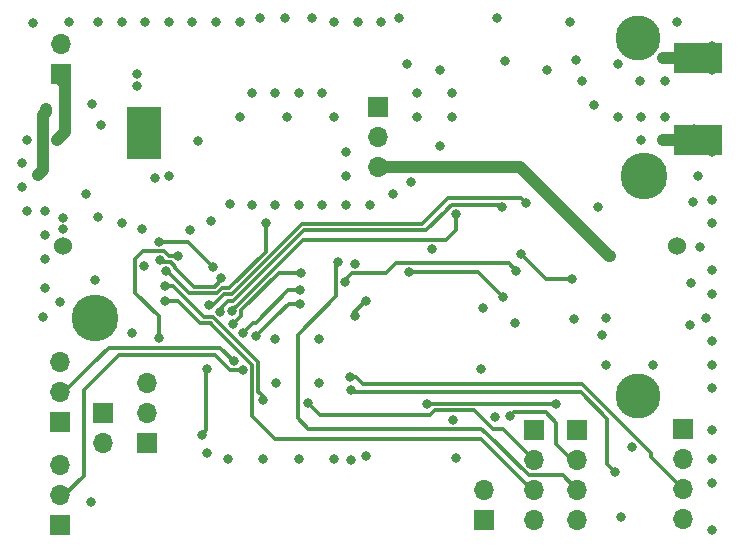
<source format=gbr>
G04 #@! TF.GenerationSoftware,KiCad,Pcbnew,(5.1.7)-1*
G04 #@! TF.CreationDate,2020-12-10T21:45:52+01:00*
G04 #@! TF.ProjectId,lora,6c6f7261-2e6b-4696-9361-645f70636258,v1.0*
G04 #@! TF.SameCoordinates,Original*
G04 #@! TF.FileFunction,Copper,L4,Bot*
G04 #@! TF.FilePolarity,Positive*
%FSLAX46Y46*%
G04 Gerber Fmt 4.6, Leading zero omitted, Abs format (unit mm)*
G04 Created by KiCad (PCBNEW (5.1.7)-1) date 2020-12-10 21:45:52*
%MOMM*%
%LPD*%
G01*
G04 APERTURE LIST*
G04 #@! TA.AperFunction,ComponentPad*
%ADD10R,1.700000X1.700000*%
G04 #@! TD*
G04 #@! TA.AperFunction,ComponentPad*
%ADD11O,1.700000X1.700000*%
G04 #@! TD*
G04 #@! TA.AperFunction,ComponentPad*
%ADD12C,1.530000*%
G04 #@! TD*
G04 #@! TA.AperFunction,ComponentPad*
%ADD13C,3.960000*%
G04 #@! TD*
G04 #@! TA.AperFunction,SMDPad,CuDef*
%ADD14R,0.890000X0.460000*%
G04 #@! TD*
G04 #@! TA.AperFunction,ComponentPad*
%ADD15C,0.970000*%
G04 #@! TD*
G04 #@! TA.AperFunction,SMDPad,CuDef*
%ADD16R,4.190000X2.665000*%
G04 #@! TD*
G04 #@! TA.AperFunction,SMDPad,CuDef*
%ADD17R,2.950000X4.500000*%
G04 #@! TD*
G04 #@! TA.AperFunction,ComponentPad*
%ADD18C,0.600000*%
G04 #@! TD*
G04 #@! TA.AperFunction,ComponentPad*
%ADD19C,3.800000*%
G04 #@! TD*
G04 #@! TA.AperFunction,ViaPad*
%ADD20C,0.800000*%
G04 #@! TD*
G04 #@! TA.AperFunction,Conductor*
%ADD21C,1.000000*%
G04 #@! TD*
G04 #@! TA.AperFunction,Conductor*
%ADD22C,0.300000*%
G04 #@! TD*
G04 APERTURE END LIST*
D10*
X226540000Y-127450000D03*
D11*
X226540000Y-129990000D03*
X226540000Y-132530000D03*
X226540000Y-135070000D03*
D12*
X225995000Y-111955000D03*
X174005000Y-111955000D03*
D13*
X176755000Y-117995000D03*
X223235000Y-106005000D03*
D14*
X225298000Y-96007500D03*
D15*
X224853000Y-96007500D03*
D16*
X227838000Y-102992500D03*
X227838000Y-96007500D03*
D15*
X224853000Y-102992500D03*
D14*
X225298000Y-102992500D03*
D10*
X177450000Y-126110000D03*
D11*
X177450000Y-128650000D03*
X181120000Y-123570000D03*
X181120000Y-126110000D03*
D10*
X181120000Y-128650000D03*
D11*
X209670000Y-132560000D03*
D10*
X209670000Y-135100000D03*
X213900000Y-127480000D03*
D11*
X213900000Y-130020000D03*
X213900000Y-132560000D03*
X213900000Y-135100000D03*
X217600000Y-135100000D03*
X217600000Y-132560000D03*
X217600000Y-130020000D03*
D10*
X217600000Y-127480000D03*
X200700000Y-100200000D03*
D11*
X200700000Y-102740000D03*
X200700000Y-105280000D03*
D17*
X180900000Y-102340000D03*
D18*
X181500000Y-104140000D03*
X181500000Y-102940000D03*
X180300000Y-102940000D03*
X180300000Y-104140000D03*
X181500000Y-100540000D03*
X181500000Y-101640000D03*
X180300000Y-101640000D03*
X180300000Y-100540000D03*
D19*
X222700000Y-94300000D03*
X222700000Y-124670000D03*
D10*
X173850000Y-97380000D03*
D11*
X173850000Y-94840000D03*
D10*
X173780000Y-135530000D03*
D11*
X173780000Y-132990000D03*
X173780000Y-130450000D03*
X173780000Y-121730000D03*
X173780000Y-124270000D03*
D10*
X173780000Y-126810000D03*
D20*
X229000000Y-104000000D03*
X229000000Y-103000000D03*
X227500000Y-102000000D03*
X229000000Y-97000000D03*
X227500000Y-96000000D03*
X229000000Y-95000000D03*
X195700000Y-119850000D03*
X195700000Y-123550000D03*
X192050000Y-123500000D03*
X192000000Y-119800000D03*
X209600000Y-117150000D03*
X209450000Y-122350000D03*
X199700000Y-129700000D03*
X186200000Y-129450000D03*
X198750000Y-113450000D03*
X217450000Y-96200000D03*
X219300000Y-108600000D03*
X203200000Y-96500000D03*
X205300000Y-112200000D03*
X174005000Y-109595000D03*
X227420000Y-108230000D03*
X219650000Y-119450000D03*
X185450000Y-103050000D03*
X227200000Y-115050000D03*
X174005000Y-110495000D03*
X180300000Y-97400000D03*
X180300000Y-98400000D03*
X176500000Y-99900000D03*
X171470000Y-93030000D03*
X174580000Y-93010000D03*
X177000000Y-93000000D03*
X179000000Y-93000000D03*
X181000000Y-93000000D03*
X183000000Y-93000000D03*
X181850000Y-106150000D03*
X177295000Y-101705000D03*
X185000000Y-93000000D03*
X187000000Y-93000000D03*
X189000000Y-93000000D03*
X183000000Y-106000000D03*
X227780000Y-105980000D03*
X229000000Y-108000000D03*
X229000000Y-110000000D03*
X228000000Y-112000000D03*
X229000000Y-114000000D03*
X229000000Y-116000000D03*
X228500000Y-118000000D03*
X229000000Y-120000000D03*
X229000000Y-124000000D03*
X229000000Y-130000000D03*
X229000000Y-132000000D03*
X229000000Y-136000000D03*
X172320000Y-117910000D03*
X172500000Y-115500000D03*
X172500000Y-113000000D03*
X172500000Y-111000000D03*
X172500000Y-109000000D03*
X171000000Y-103000000D03*
X197000000Y-93000000D03*
X199000000Y-93000000D03*
X201000000Y-93000000D03*
X226000000Y-93000000D03*
X217000000Y-93000000D03*
X206000000Y-97000000D03*
X215000000Y-97000000D03*
X221000000Y-96500000D03*
X218000000Y-98000000D03*
X219000000Y-100000000D03*
X221000000Y-101000000D03*
X223000000Y-101000000D03*
X225000000Y-101000000D03*
X225000000Y-98000000D03*
X222930250Y-97930250D03*
X188000000Y-130000000D03*
X191000000Y-130000000D03*
X194000000Y-130000000D03*
X197000000Y-130000000D03*
X224000000Y-122000000D03*
X220000000Y-122000000D03*
X220000000Y-118000000D03*
X190000000Y-99000000D03*
X192000000Y-99000000D03*
X194000000Y-99000000D03*
X196000000Y-99000000D03*
X197000000Y-101000000D03*
X193000000Y-101000000D03*
X189000000Y-101000000D03*
X198000000Y-104000000D03*
X198000000Y-106000000D03*
X207000000Y-101000000D03*
X204000000Y-101000000D03*
X204000000Y-99000000D03*
X229000000Y-127500000D03*
X229000000Y-122000000D03*
X223000000Y-103000000D03*
X190000000Y-108500000D03*
X192000000Y-108500000D03*
X194000000Y-108500000D03*
X198000000Y-108500000D03*
X200000000Y-108500000D03*
X202000000Y-107500000D03*
X203500000Y-106500000D03*
X206000000Y-103500000D03*
X196000000Y-108500000D03*
X177000000Y-109500000D03*
X179000000Y-110000000D03*
X180690000Y-110530000D03*
X184760000Y-110550000D03*
X186600000Y-109800000D03*
X188200000Y-108400000D03*
X195090000Y-92630000D03*
X192810000Y-92600000D03*
X190720000Y-92630000D03*
X170990000Y-109010000D03*
X170600010Y-104899990D03*
X170600010Y-106899990D03*
X176000000Y-107500000D03*
X207000000Y-99000000D03*
X207300000Y-129900000D03*
X180910000Y-113620000D03*
X215750000Y-125350000D03*
X204900000Y-125350000D03*
X211500000Y-96250000D03*
X173800000Y-116700000D03*
X176750000Y-114850000D03*
X227150000Y-118650000D03*
X198450000Y-130050000D03*
X217300000Y-118100000D03*
X207050000Y-126650000D03*
X210600000Y-126400000D03*
X210750000Y-92650000D03*
X202500000Y-92625000D03*
X179920000Y-119300000D03*
X176370000Y-133610000D03*
X212350000Y-118450000D03*
X221260000Y-134920000D03*
X222250000Y-128980000D03*
X173510009Y-102979991D03*
X174200000Y-102290000D03*
X189260000Y-122470000D03*
X190390000Y-119590000D03*
X194070000Y-116830000D03*
X199660000Y-116590000D03*
X198750069Y-117889794D03*
X188520000Y-121710000D03*
X194130000Y-115700001D03*
X189260000Y-119310000D03*
X183740000Y-112790000D03*
X182140000Y-119730000D03*
X190980000Y-124970000D03*
X194770000Y-125260000D03*
X182645000Y-115285000D03*
X182700000Y-116610000D03*
X197300000Y-113300000D03*
X203300000Y-114100000D03*
X211900000Y-126300000D03*
X211330000Y-116260000D03*
X198460000Y-124110000D03*
X220770000Y-131040000D03*
X198330000Y-122990000D03*
X220350000Y-112800000D03*
X187385331Y-114604669D03*
X182270000Y-113150000D03*
X186750000Y-113740000D03*
X182134669Y-111604669D03*
X212435000Y-114015000D03*
X197920000Y-114950000D03*
X194200000Y-114200000D03*
X188399686Y-118579024D03*
X185800000Y-127900000D03*
X186230000Y-122360000D03*
X191200000Y-110000000D03*
X182800000Y-114070000D03*
X213250000Y-108300000D03*
X186394669Y-116944669D03*
X211250000Y-108649999D03*
X187314354Y-117493692D03*
X207300000Y-109200000D03*
X188311086Y-117412888D03*
X171950000Y-105890000D03*
X172600000Y-100330000D03*
X172309999Y-101150001D03*
X212794669Y-112594669D03*
X217100000Y-114700000D03*
D21*
X227838000Y-96007500D02*
X224853000Y-96007500D01*
X227838000Y-102992500D02*
X224853000Y-102992500D01*
D22*
X215750000Y-125350000D02*
X204900000Y-125350000D01*
D21*
X174200000Y-102290000D02*
X173510009Y-102979991D01*
X173850000Y-97870000D02*
X174200000Y-98220000D01*
X174200000Y-98220000D02*
X174200000Y-102290000D01*
X173850000Y-97380000D02*
X173850000Y-97870000D01*
X174200000Y-97400000D02*
X174200000Y-98220000D01*
D22*
X192200000Y-117780000D02*
X192200000Y-117770000D01*
X190390000Y-119590000D02*
X192200000Y-117780000D01*
X193140000Y-116830000D02*
X194070000Y-116830000D01*
X192200000Y-117770000D02*
X193140000Y-116830000D01*
X198719668Y-117530332D02*
X199660000Y-116590000D01*
X198719668Y-117859393D02*
X198750069Y-117889794D01*
X198719668Y-117530332D02*
X198719668Y-117859393D01*
X175820000Y-131390000D02*
X174160000Y-133050000D01*
X175820000Y-124100000D02*
X175820000Y-131390000D01*
X177220000Y-122700000D02*
X175820000Y-124100000D01*
X177220000Y-122700000D02*
X177240000Y-122700000D01*
X177240000Y-122700000D02*
X178740000Y-121200000D01*
X188169998Y-122470000D02*
X189260000Y-122470000D01*
X186899998Y-121200000D02*
X188169998Y-122470000D01*
X178740000Y-121200000D02*
X186899998Y-121200000D01*
X188440000Y-121710000D02*
X188520000Y-121710000D01*
X193111855Y-115700001D02*
X194130000Y-115700001D01*
X190365089Y-118446767D02*
X193111855Y-115700001D01*
X190123233Y-118446767D02*
X189260000Y-119310000D01*
X190365089Y-118446767D02*
X190123233Y-118446767D01*
X188400002Y-121710000D02*
X188520000Y-121710000D01*
X176579999Y-121860001D02*
X174160000Y-124280000D01*
X188520000Y-121710000D02*
X188369999Y-121860001D01*
X176579999Y-121860001D02*
X176599999Y-121860001D01*
X176599999Y-121860001D02*
X177910000Y-120550000D01*
X187360000Y-120550000D02*
X188520000Y-121710000D01*
X177910000Y-120550000D02*
X187360000Y-120550000D01*
X183020001Y-112789999D02*
X182630002Y-112400000D01*
X183740000Y-112790000D02*
X183020001Y-112789999D01*
X182630002Y-112400000D02*
X180820000Y-112400000D01*
X180159999Y-113060001D02*
X180159999Y-115919999D01*
X180820000Y-112400000D02*
X180159999Y-113060001D01*
X182140000Y-117900000D02*
X182140000Y-119730000D01*
X180159999Y-115919999D02*
X182140000Y-117900000D01*
X210430001Y-127410001D02*
X208870010Y-125850010D01*
X211290001Y-127410001D02*
X210430001Y-127410001D01*
X213900000Y-130020000D02*
X211290001Y-127410001D01*
X205509992Y-125850010D02*
X205110003Y-126249999D01*
X208870010Y-125850010D02*
X205509992Y-125850010D01*
X205110003Y-126249999D02*
X198809999Y-126249999D01*
X190980000Y-124700000D02*
X190765000Y-124485000D01*
X190980000Y-124970000D02*
X190980000Y-124700000D01*
X191245000Y-124965000D02*
X190765000Y-124485000D01*
X195759999Y-126249999D02*
X194770000Y-125260000D01*
X198809999Y-126249999D02*
X195759999Y-126249999D01*
X183345000Y-115285000D02*
X182645000Y-115285000D01*
X186020000Y-117960000D02*
X183345000Y-115285000D01*
X186720000Y-117960000D02*
X186020000Y-117960000D01*
X190550000Y-121790000D02*
X186720000Y-117960000D01*
X190550000Y-124270000D02*
X190550000Y-121790000D01*
X190765000Y-124485000D02*
X190550000Y-124270000D01*
X186512890Y-118460010D02*
X185862890Y-118460010D01*
X186550000Y-118540000D02*
X186550000Y-118497120D01*
X190049990Y-122039990D02*
X186550000Y-118540000D01*
X186550000Y-118497120D02*
X186512890Y-118460010D01*
X207360000Y-128270000D02*
X207320000Y-128310000D01*
X192010000Y-128310000D02*
X190049990Y-126349990D01*
X213740000Y-132560000D02*
X209450000Y-128270000D01*
X207320000Y-128310000D02*
X192010000Y-128310000D01*
X213900000Y-132560000D02*
X213740000Y-132560000D01*
X209450000Y-128270000D02*
X207360000Y-128270000D01*
X190049990Y-124299990D02*
X190049990Y-122039990D01*
X190049990Y-126349990D02*
X190049990Y-124299990D01*
X190049990Y-124477110D02*
X190049990Y-124299990D01*
X185862890Y-118460010D02*
X185600010Y-118460010D01*
X183750000Y-116610000D02*
X182700000Y-116610000D01*
X185600010Y-118460010D02*
X183750000Y-116610000D01*
X197169999Y-113430001D02*
X197300000Y-113300000D01*
X193910000Y-126540000D02*
X193910000Y-119430000D01*
X209820001Y-127750001D02*
X209470001Y-127400001D01*
X193910000Y-119430000D02*
X197169999Y-116170001D01*
X209853999Y-127750001D02*
X209820001Y-127750001D01*
X213463997Y-131359999D02*
X209853999Y-127750001D01*
X194770001Y-127400001D02*
X193910000Y-126540000D01*
X209470001Y-127400001D02*
X194770001Y-127400001D01*
X216399999Y-131359999D02*
X213463997Y-131359999D01*
X197169999Y-116170001D02*
X197169999Y-113430001D01*
X217600000Y-132560000D02*
X216399999Y-131359999D01*
X217600000Y-130020000D02*
X217170000Y-130020000D01*
X217170000Y-130020000D02*
X215810000Y-128660000D01*
X215810000Y-126880000D02*
X214930000Y-126000000D01*
X215810000Y-128660000D02*
X215810000Y-126880000D01*
X212200000Y-126000000D02*
X211900000Y-126300000D01*
X214930000Y-126000000D02*
X212200000Y-126000000D01*
X209170000Y-114100000D02*
X203300000Y-114100000D01*
X211330000Y-116260000D02*
X209170000Y-114100000D01*
X198460000Y-124110000D02*
X198660000Y-124310000D01*
X198660000Y-124310000D02*
X217660000Y-124310000D01*
X217660000Y-124310000D02*
X217730000Y-124310000D01*
X217660000Y-124310000D02*
X217900000Y-124310000D01*
X217900000Y-124310000D02*
X220140000Y-126550000D01*
X220140000Y-130410000D02*
X220770000Y-131040000D01*
X220140000Y-126550000D02*
X220140000Y-130410000D01*
X223840000Y-129830000D02*
X226540000Y-132530000D01*
X223840000Y-129450000D02*
X223840000Y-129830000D01*
X199480000Y-123610000D02*
X218000000Y-123610000D01*
X198860000Y-122990000D02*
X199480000Y-123610000D01*
X218000000Y-123610000D02*
X223840000Y-129450000D01*
X198330000Y-122990000D02*
X198860000Y-122990000D01*
D21*
X200700000Y-105280000D02*
X212730000Y-105280000D01*
X220250000Y-112800000D02*
X220350000Y-112800000D01*
X212730000Y-105280000D02*
X220250000Y-112800000D01*
D22*
X187275949Y-115007855D02*
X187275949Y-114714051D01*
X183550001Y-113760001D02*
X185170000Y-115380000D01*
X187275949Y-114714051D02*
X187385331Y-114604669D01*
X186903804Y-115380000D02*
X187275949Y-115007855D01*
X183550001Y-113709999D02*
X183550001Y-113760001D01*
X185170000Y-115380000D02*
X186903804Y-115380000D01*
X183160001Y-113319999D02*
X183550001Y-113709999D01*
X182439999Y-113319999D02*
X183160001Y-113319999D01*
X182270000Y-113150000D02*
X182439999Y-113319999D01*
X186750000Y-113740000D02*
X184620000Y-111610000D01*
X182140000Y-111610000D02*
X182134669Y-111604669D01*
X184620000Y-111610000D02*
X182140000Y-111610000D01*
X211769999Y-113349999D02*
X212435000Y-114015000D01*
X202250001Y-113349999D02*
X211769999Y-113349999D01*
X202250001Y-113349999D02*
X201399999Y-114200001D01*
X197920000Y-114950000D02*
X197920000Y-114790000D01*
X198509999Y-114200001D02*
X201399999Y-114200001D01*
X197920000Y-114790000D02*
X198509999Y-114200001D01*
X194200000Y-114200000D02*
X193200000Y-114200000D01*
X188399686Y-118579024D02*
X189140000Y-117838710D01*
X189140000Y-117838710D02*
X189140000Y-117367120D01*
X192307120Y-114200000D02*
X193200000Y-114200000D01*
X189140000Y-117367120D02*
X192307120Y-114200000D01*
X185800000Y-127900000D02*
X186160000Y-127540000D01*
X186160000Y-122430000D02*
X186230000Y-122360000D01*
X186160000Y-127540000D02*
X186160000Y-122430000D01*
X182900000Y-113970000D02*
X182800000Y-114070000D01*
X187483059Y-115507865D02*
X187100924Y-115890000D01*
X188120775Y-115507865D02*
X187483059Y-115507865D01*
X191200000Y-112428640D02*
X188120775Y-115507865D01*
X191200000Y-110000000D02*
X191200000Y-112428640D01*
X182887120Y-114070000D02*
X182800000Y-114070000D01*
X184707120Y-115890000D02*
X182887120Y-114070000D01*
X187100924Y-115890000D02*
X184707120Y-115890000D01*
X186394669Y-116905331D02*
X186394669Y-116944669D01*
X213250000Y-108300000D02*
X212849998Y-107899998D01*
X212849998Y-107899998D02*
X206600002Y-107899998D01*
X206600002Y-107899998D02*
X204400010Y-110099990D01*
X186753375Y-116944669D02*
X187690169Y-116007875D01*
X186394669Y-116944669D02*
X186753375Y-116944669D01*
X187690169Y-116007875D02*
X188327885Y-116007875D01*
X194235770Y-110099990D02*
X194420010Y-110099990D01*
X188327885Y-116007875D02*
X194235770Y-110099990D01*
X204400010Y-110099990D02*
X194420010Y-110099990D01*
X211050000Y-108449999D02*
X211250000Y-108649999D01*
X206939999Y-108449999D02*
X211050000Y-108449999D01*
X206549999Y-108839999D02*
X206549999Y-108850001D01*
X206939999Y-108449999D02*
X206549999Y-108839999D01*
X206549999Y-108850001D02*
X204800000Y-110600000D01*
X187500000Y-117308046D02*
X187314354Y-117493692D01*
X188013972Y-116600000D02*
X188442880Y-116600000D01*
X187314354Y-117299618D02*
X188013972Y-116600000D01*
X187314354Y-117493692D02*
X187314354Y-117299618D01*
X194442880Y-110600000D02*
X194700000Y-110600000D01*
X188442880Y-116600000D02*
X194442880Y-110600000D01*
X204800000Y-110600000D02*
X194700000Y-110600000D01*
X190700000Y-115050000D02*
X188650000Y-117100000D01*
X190750000Y-115050000D02*
X190700000Y-115050000D01*
X194350001Y-111449999D02*
X206450001Y-111449999D01*
X190750000Y-115050000D02*
X194350001Y-111449999D01*
X207300000Y-110600000D02*
X207300000Y-109200000D01*
X206450001Y-111449999D02*
X207300000Y-110600000D01*
X188623974Y-117100000D02*
X188311086Y-117412888D01*
X188650000Y-117100000D02*
X188623974Y-117100000D01*
D21*
X172309999Y-105530001D02*
X172309999Y-101150001D01*
X171950000Y-105890000D02*
X172309999Y-105530001D01*
X172600000Y-100590000D02*
X172600000Y-100330000D01*
X172309999Y-100880001D02*
X172600000Y-100590000D01*
X172309999Y-101150001D02*
X172309999Y-100880001D01*
D22*
X214900000Y-114700000D02*
X217100000Y-114700000D01*
X212794669Y-112594669D02*
X214900000Y-114700000D01*
M02*

</source>
